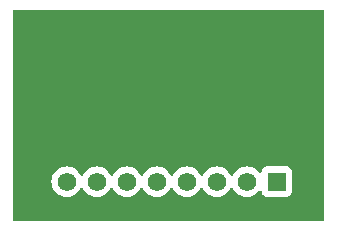
<source format=gbr>
%TF.GenerationSoftware,KiCad,Pcbnew,7.0.8*%
%TF.CreationDate,2024-10-01T11:28:58-04:00*%
%TF.ProjectId,SPIBreakout,53504942-7265-4616-9b6f-75742e6b6963,rev?*%
%TF.SameCoordinates,Original*%
%TF.FileFunction,Copper,L2,Bot*%
%TF.FilePolarity,Positive*%
%FSLAX46Y46*%
G04 Gerber Fmt 4.6, Leading zero omitted, Abs format (unit mm)*
G04 Created by KiCad (PCBNEW 7.0.8) date 2024-10-01 11:28:58*
%MOMM*%
%LPD*%
G01*
G04 APERTURE LIST*
%TA.AperFunction,ComponentPad*%
%ADD10R,1.575000X1.575000*%
%TD*%
%TA.AperFunction,ComponentPad*%
%ADD11C,1.575000*%
%TD*%
%TA.AperFunction,ViaPad*%
%ADD12C,0.800000*%
%TD*%
%TA.AperFunction,Conductor*%
%ADD13C,0.800000*%
%TD*%
G04 APERTURE END LIST*
D10*
%TO.P,J1,1,1*%
%TO.N,VCC*%
X128160000Y-67700000D03*
D11*
%TO.P,J1,2,2*%
%TO.N,DI{slash}MOSI*%
X125620000Y-67700000D03*
%TO.P,J1,3,3*%
%TO.N,Clk*%
X123080000Y-67700000D03*
%TO.P,J1,4,4*%
%TO.N,CS*%
X120540000Y-67700000D03*
%TO.P,J1,5,5*%
%TO.N,D0{slash}MISO*%
X118000000Y-67700000D03*
%TO.P,J1,6,6*%
%TO.N,unconnected-(J1-Pad6)*%
X115460000Y-67700000D03*
%TO.P,J1,7,7*%
%TO.N,unconnected-(J1-Pad7)*%
X112920000Y-67700000D03*
%TO.P,J1,8,8*%
%TO.N,unconnected-(J1-Pad8)*%
X110380000Y-67700000D03*
%TD*%
D12*
%TO.N,GND*%
X118640000Y-62420000D03*
X117540000Y-62410000D03*
X116920000Y-61770000D03*
X118130000Y-61770000D03*
X119250000Y-61870000D03*
X119270000Y-60940000D03*
X118130000Y-60920000D03*
X116910000Y-60900000D03*
X116890000Y-60040000D03*
X118050000Y-60050000D03*
X119240000Y-60070000D03*
X119240000Y-59180000D03*
X118050000Y-59170000D03*
X116900000Y-59170000D03*
X108740000Y-64380000D03*
X114000000Y-64380000D03*
%TD*%
D13*
%TO.N,GND*%
X114000000Y-64380000D02*
X108740000Y-64380000D01*
%TD*%
%TA.AperFunction,Conductor*%
%TO.N,GND*%
G36*
X132122539Y-53170185D02*
G01*
X132168294Y-53222989D01*
X132179500Y-53274500D01*
X132179500Y-70895500D01*
X132159815Y-70962539D01*
X132107011Y-71008294D01*
X132055500Y-71019500D01*
X105934500Y-71019500D01*
X105867461Y-70999815D01*
X105821706Y-70947011D01*
X105810500Y-70895500D01*
X105810500Y-67700002D01*
X109087080Y-67700002D01*
X109106721Y-67924507D01*
X109106722Y-67924514D01*
X109165051Y-68142200D01*
X109165055Y-68142211D01*
X109260296Y-68346456D01*
X109260298Y-68346460D01*
X109389566Y-68531073D01*
X109548927Y-68690434D01*
X109733540Y-68819702D01*
X109787891Y-68845046D01*
X109937788Y-68914944D01*
X109937790Y-68914944D01*
X109937795Y-68914947D01*
X110155487Y-68973278D01*
X110315853Y-68987308D01*
X110379998Y-68992920D01*
X110380000Y-68992920D01*
X110380002Y-68992920D01*
X110436260Y-68987998D01*
X110604513Y-68973278D01*
X110822205Y-68914947D01*
X111026460Y-68819702D01*
X111211073Y-68690434D01*
X111370434Y-68531073D01*
X111499702Y-68346460D01*
X111537618Y-68265147D01*
X111583790Y-68212708D01*
X111650983Y-68193556D01*
X111717864Y-68213771D01*
X111762381Y-68265147D01*
X111800298Y-68346460D01*
X111929566Y-68531073D01*
X112088927Y-68690434D01*
X112273540Y-68819702D01*
X112327891Y-68845046D01*
X112477788Y-68914944D01*
X112477790Y-68914944D01*
X112477795Y-68914947D01*
X112695487Y-68973278D01*
X112855853Y-68987308D01*
X112919998Y-68992920D01*
X112920000Y-68992920D01*
X112920002Y-68992920D01*
X112976260Y-68987998D01*
X113144513Y-68973278D01*
X113362205Y-68914947D01*
X113566460Y-68819702D01*
X113751073Y-68690434D01*
X113910434Y-68531073D01*
X114039702Y-68346460D01*
X114077618Y-68265147D01*
X114123790Y-68212708D01*
X114190983Y-68193556D01*
X114257864Y-68213771D01*
X114302381Y-68265147D01*
X114340298Y-68346460D01*
X114469566Y-68531073D01*
X114628927Y-68690434D01*
X114813540Y-68819702D01*
X114867891Y-68845046D01*
X115017788Y-68914944D01*
X115017790Y-68914944D01*
X115017795Y-68914947D01*
X115235487Y-68973278D01*
X115395853Y-68987308D01*
X115459998Y-68992920D01*
X115460000Y-68992920D01*
X115460002Y-68992920D01*
X115516260Y-68987998D01*
X115684513Y-68973278D01*
X115902205Y-68914947D01*
X116106460Y-68819702D01*
X116291073Y-68690434D01*
X116450434Y-68531073D01*
X116579702Y-68346460D01*
X116617618Y-68265147D01*
X116663790Y-68212708D01*
X116730983Y-68193556D01*
X116797864Y-68213771D01*
X116842381Y-68265147D01*
X116880298Y-68346460D01*
X117009566Y-68531073D01*
X117168927Y-68690434D01*
X117353540Y-68819702D01*
X117407891Y-68845046D01*
X117557788Y-68914944D01*
X117557790Y-68914944D01*
X117557795Y-68914947D01*
X117775487Y-68973278D01*
X117935853Y-68987308D01*
X117999998Y-68992920D01*
X118000000Y-68992920D01*
X118000002Y-68992920D01*
X118056260Y-68987998D01*
X118224513Y-68973278D01*
X118442205Y-68914947D01*
X118646460Y-68819702D01*
X118831073Y-68690434D01*
X118990434Y-68531073D01*
X119119702Y-68346460D01*
X119157618Y-68265147D01*
X119203790Y-68212708D01*
X119270983Y-68193556D01*
X119337864Y-68213771D01*
X119382381Y-68265147D01*
X119420298Y-68346460D01*
X119549566Y-68531073D01*
X119708927Y-68690434D01*
X119893540Y-68819702D01*
X119947891Y-68845046D01*
X120097788Y-68914944D01*
X120097790Y-68914944D01*
X120097795Y-68914947D01*
X120315487Y-68973278D01*
X120475853Y-68987308D01*
X120539998Y-68992920D01*
X120540000Y-68992920D01*
X120540002Y-68992920D01*
X120596260Y-68987998D01*
X120764513Y-68973278D01*
X120982205Y-68914947D01*
X121186460Y-68819702D01*
X121371073Y-68690434D01*
X121530434Y-68531073D01*
X121659702Y-68346460D01*
X121697618Y-68265147D01*
X121743790Y-68212708D01*
X121810983Y-68193556D01*
X121877864Y-68213771D01*
X121922381Y-68265147D01*
X121960298Y-68346460D01*
X122089566Y-68531073D01*
X122248927Y-68690434D01*
X122433540Y-68819702D01*
X122487891Y-68845046D01*
X122637788Y-68914944D01*
X122637790Y-68914944D01*
X122637795Y-68914947D01*
X122855487Y-68973278D01*
X123015853Y-68987308D01*
X123079998Y-68992920D01*
X123080000Y-68992920D01*
X123080002Y-68992920D01*
X123136260Y-68987998D01*
X123304513Y-68973278D01*
X123522205Y-68914947D01*
X123726460Y-68819702D01*
X123911073Y-68690434D01*
X124070434Y-68531073D01*
X124199702Y-68346460D01*
X124237618Y-68265147D01*
X124283790Y-68212708D01*
X124350983Y-68193556D01*
X124417864Y-68213771D01*
X124462381Y-68265147D01*
X124500298Y-68346460D01*
X124629566Y-68531073D01*
X124788927Y-68690434D01*
X124973540Y-68819702D01*
X125027891Y-68845046D01*
X125177788Y-68914944D01*
X125177790Y-68914944D01*
X125177795Y-68914947D01*
X125395487Y-68973278D01*
X125555853Y-68987308D01*
X125619998Y-68992920D01*
X125620000Y-68992920D01*
X125620002Y-68992920D01*
X125676260Y-68987998D01*
X125844513Y-68973278D01*
X126062205Y-68914947D01*
X126266460Y-68819702D01*
X126451073Y-68690434D01*
X126610434Y-68531073D01*
X126647245Y-68478501D01*
X126701820Y-68434878D01*
X126771318Y-68427684D01*
X126833673Y-68459207D01*
X126869087Y-68519436D01*
X126872108Y-68536372D01*
X126878408Y-68594983D01*
X126928702Y-68729828D01*
X126928706Y-68729835D01*
X127014952Y-68845044D01*
X127014955Y-68845047D01*
X127130164Y-68931293D01*
X127130171Y-68931297D01*
X127265017Y-68981591D01*
X127265016Y-68981591D01*
X127271944Y-68982335D01*
X127324627Y-68988000D01*
X128995372Y-68987999D01*
X129054983Y-68981591D01*
X129189831Y-68931296D01*
X129305046Y-68845046D01*
X129391296Y-68729831D01*
X129441591Y-68594983D01*
X129448000Y-68535373D01*
X129447999Y-66864628D01*
X129441591Y-66805017D01*
X129391296Y-66670169D01*
X129391295Y-66670168D01*
X129391293Y-66670164D01*
X129305047Y-66554955D01*
X129305044Y-66554952D01*
X129189835Y-66468706D01*
X129189828Y-66468702D01*
X129054982Y-66418408D01*
X129054983Y-66418408D01*
X128995383Y-66412001D01*
X128995381Y-66412000D01*
X128995373Y-66412000D01*
X128995364Y-66412000D01*
X127324629Y-66412000D01*
X127324623Y-66412001D01*
X127265016Y-66418408D01*
X127130171Y-66468702D01*
X127130164Y-66468706D01*
X127014955Y-66554952D01*
X127014952Y-66554955D01*
X126928706Y-66670164D01*
X126928702Y-66670171D01*
X126878408Y-66805016D01*
X126872107Y-66863629D01*
X126845369Y-66928180D01*
X126787976Y-66968028D01*
X126718151Y-66970521D01*
X126658063Y-66934868D01*
X126647250Y-66921506D01*
X126610434Y-66868927D01*
X126451073Y-66709566D01*
X126266460Y-66580298D01*
X126266456Y-66580296D01*
X126062211Y-66485055D01*
X126062200Y-66485051D01*
X125844514Y-66426722D01*
X125844507Y-66426721D01*
X125620002Y-66407080D01*
X125619998Y-66407080D01*
X125395492Y-66426721D01*
X125395485Y-66426722D01*
X125177799Y-66485051D01*
X125177788Y-66485055D01*
X124973543Y-66580296D01*
X124973533Y-66580302D01*
X124788926Y-66709566D01*
X124629566Y-66868926D01*
X124500302Y-67053533D01*
X124500298Y-67053539D01*
X124462382Y-67134852D01*
X124416210Y-67187291D01*
X124349016Y-67206443D01*
X124282135Y-67186227D01*
X124237618Y-67134852D01*
X124199703Y-67053543D01*
X124199702Y-67053540D01*
X124070434Y-66868927D01*
X123911073Y-66709566D01*
X123726460Y-66580298D01*
X123726456Y-66580296D01*
X123522211Y-66485055D01*
X123522200Y-66485051D01*
X123304514Y-66426722D01*
X123304507Y-66426721D01*
X123080002Y-66407080D01*
X123079998Y-66407080D01*
X122855492Y-66426721D01*
X122855485Y-66426722D01*
X122637799Y-66485051D01*
X122637788Y-66485055D01*
X122433543Y-66580296D01*
X122433533Y-66580302D01*
X122248926Y-66709566D01*
X122089566Y-66868926D01*
X121960302Y-67053533D01*
X121960298Y-67053539D01*
X121922382Y-67134852D01*
X121876210Y-67187291D01*
X121809016Y-67206443D01*
X121742135Y-67186227D01*
X121697618Y-67134852D01*
X121659703Y-67053543D01*
X121659702Y-67053540D01*
X121530434Y-66868927D01*
X121371073Y-66709566D01*
X121186460Y-66580298D01*
X121186456Y-66580296D01*
X120982211Y-66485055D01*
X120982200Y-66485051D01*
X120764514Y-66426722D01*
X120764507Y-66426721D01*
X120540002Y-66407080D01*
X120539998Y-66407080D01*
X120315492Y-66426721D01*
X120315485Y-66426722D01*
X120097799Y-66485051D01*
X120097788Y-66485055D01*
X119893543Y-66580296D01*
X119893533Y-66580302D01*
X119708926Y-66709566D01*
X119549566Y-66868926D01*
X119420302Y-67053533D01*
X119420298Y-67053539D01*
X119382382Y-67134852D01*
X119336210Y-67187291D01*
X119269016Y-67206443D01*
X119202135Y-67186227D01*
X119157618Y-67134852D01*
X119119703Y-67053543D01*
X119119702Y-67053540D01*
X118990434Y-66868927D01*
X118831073Y-66709566D01*
X118646460Y-66580298D01*
X118646456Y-66580296D01*
X118442211Y-66485055D01*
X118442200Y-66485051D01*
X118224514Y-66426722D01*
X118224507Y-66426721D01*
X118000002Y-66407080D01*
X117999998Y-66407080D01*
X117775492Y-66426721D01*
X117775485Y-66426722D01*
X117557799Y-66485051D01*
X117557788Y-66485055D01*
X117353543Y-66580296D01*
X117353533Y-66580302D01*
X117168926Y-66709566D01*
X117009566Y-66868926D01*
X116880302Y-67053533D01*
X116880298Y-67053539D01*
X116842382Y-67134852D01*
X116796210Y-67187291D01*
X116729016Y-67206443D01*
X116662135Y-67186227D01*
X116617618Y-67134852D01*
X116579703Y-67053543D01*
X116579702Y-67053540D01*
X116450434Y-66868927D01*
X116291073Y-66709566D01*
X116106460Y-66580298D01*
X116106456Y-66580296D01*
X115902211Y-66485055D01*
X115902200Y-66485051D01*
X115684514Y-66426722D01*
X115684507Y-66426721D01*
X115460002Y-66407080D01*
X115459998Y-66407080D01*
X115235492Y-66426721D01*
X115235485Y-66426722D01*
X115017799Y-66485051D01*
X115017788Y-66485055D01*
X114813543Y-66580296D01*
X114813533Y-66580302D01*
X114628926Y-66709566D01*
X114469566Y-66868926D01*
X114340302Y-67053533D01*
X114340298Y-67053539D01*
X114302382Y-67134852D01*
X114256210Y-67187291D01*
X114189016Y-67206443D01*
X114122135Y-67186227D01*
X114077618Y-67134852D01*
X114039703Y-67053543D01*
X114039702Y-67053540D01*
X113910434Y-66868927D01*
X113751073Y-66709566D01*
X113566460Y-66580298D01*
X113566456Y-66580296D01*
X113362211Y-66485055D01*
X113362200Y-66485051D01*
X113144514Y-66426722D01*
X113144507Y-66426721D01*
X112920002Y-66407080D01*
X112919998Y-66407080D01*
X112695492Y-66426721D01*
X112695485Y-66426722D01*
X112477799Y-66485051D01*
X112477788Y-66485055D01*
X112273543Y-66580296D01*
X112273533Y-66580302D01*
X112088926Y-66709566D01*
X111929566Y-66868926D01*
X111800302Y-67053533D01*
X111800298Y-67053539D01*
X111762382Y-67134852D01*
X111716210Y-67187291D01*
X111649016Y-67206443D01*
X111582135Y-67186227D01*
X111537618Y-67134852D01*
X111499703Y-67053543D01*
X111499702Y-67053540D01*
X111370434Y-66868927D01*
X111211073Y-66709566D01*
X111026460Y-66580298D01*
X111026456Y-66580296D01*
X110822211Y-66485055D01*
X110822200Y-66485051D01*
X110604514Y-66426722D01*
X110604507Y-66426721D01*
X110380002Y-66407080D01*
X110379998Y-66407080D01*
X110155492Y-66426721D01*
X110155485Y-66426722D01*
X109937799Y-66485051D01*
X109937788Y-66485055D01*
X109733543Y-66580296D01*
X109733533Y-66580302D01*
X109548926Y-66709566D01*
X109389566Y-66868926D01*
X109260302Y-67053533D01*
X109260296Y-67053543D01*
X109165055Y-67257788D01*
X109165051Y-67257799D01*
X109106722Y-67475485D01*
X109106721Y-67475492D01*
X109087080Y-67699997D01*
X109087080Y-67700002D01*
X105810500Y-67700002D01*
X105810500Y-53274500D01*
X105830185Y-53207461D01*
X105882989Y-53161706D01*
X105934500Y-53150500D01*
X132055500Y-53150500D01*
X132122539Y-53170185D01*
G37*
%TD.AperFunction*%
%TD*%
M02*

</source>
